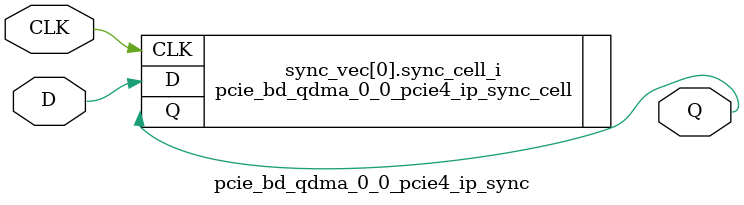
<source format=v>

`timescale 1ps / 1ps

(* DowngradeIPIdentifiedWarnings = "yes" *)
module pcie_bd_qdma_0_0_pcie4_ip_sync #
(
    parameter integer WIDTH = 1, 
    parameter integer STAGE = 3
)
(
    //-------------------------------------------------------------------------- 
    //  Input Ports
    //-------------------------------------------------------------------------- 
    input                               CLK,
    input       [WIDTH-1:0]             D,
    
    //-------------------------------------------------------------------------- 
    //  Output Ports
    //-------------------------------------------------------------------------- 
    output      [WIDTH-1:0]             Q
);                                                        



//--------------------------------------------------------------------------------------------------
//  Generate Synchronizer - Begin
//--------------------------------------------------------------------------------------------------
genvar i;

generate for (i=0; i<WIDTH; i=i+1) 

    begin : sync_vec

    //----------------------------------------------------------------------
    //  Synchronizer
    //----------------------------------------------------------------------
    pcie_bd_qdma_0_0_pcie4_ip_sync_cell #
    (
        .STAGE                          (STAGE)
    )    
    sync_cell_i
    (
        //------------------------------------------------------------------
        //  Input Ports
        //------------------------------------------------------------------
        .CLK                            (CLK),
        .D                              (D[i]),

        //------------------------------------------------------------------
        //  Output Ports
        //------------------------------------------------------------------
        .Q                              (Q[i])
    );
 
    end   
      
endgenerate 
//--------------------------------------------------------------------------------------------------
//  Generate - End
//--------------------------------------------------------------------------------------------------



endmodule

</source>
